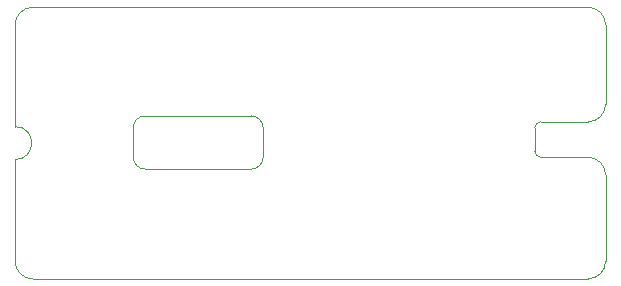
<source format=gm1>
G04 #@! TF.GenerationSoftware,KiCad,Pcbnew,(5.1.8)-1*
G04 #@! TF.CreationDate,2020-12-05T00:35:16+00:00*
G04 #@! TF.ProjectId,Great Wave Refurbishing GBA Battery Board,47726561-7420-4576-9176-652052656675,rev?*
G04 #@! TF.SameCoordinates,Original*
G04 #@! TF.FileFunction,Profile,NP*
%FSLAX46Y46*%
G04 Gerber Fmt 4.6, Leading zero omitted, Abs format (unit mm)*
G04 Created by KiCad (PCBNEW (5.1.8)-1) date 2020-12-05 00:35:16*
%MOMM*%
%LPD*%
G01*
G04 APERTURE LIST*
G04 #@! TA.AperFunction,Profile*
%ADD10C,0.050000*%
G04 #@! TD*
G04 APERTURE END LIST*
D10*
X60675000Y-12100000D02*
G75*
G02*
X62175000Y-13600000I0J-1500000D01*
G01*
X62175000Y-20300000D02*
G75*
G02*
X60675000Y-21800000I-1500000J0D01*
G01*
X62175000Y-33600000D02*
G75*
G02*
X60675000Y-35100000I-1500000J0D01*
G01*
X33175000Y-24800000D02*
G75*
G02*
X32175000Y-25800000I-1000000J0D01*
G01*
X22175000Y-22300000D02*
G75*
G02*
X23175000Y-21300000I1000000J0D01*
G01*
X12175000Y-33600000D02*
X12175000Y-25000000D01*
X12175000Y-13600000D02*
G75*
G02*
X13675000Y-12100000I1500000J0D01*
G01*
X23175000Y-25800000D02*
G75*
G02*
X22175000Y-24800000I0J1000000D01*
G01*
X32175000Y-21300000D02*
G75*
G02*
X33175000Y-22300000I0J-1000000D01*
G01*
X60675000Y-24800000D02*
G75*
G02*
X62175000Y-26300000I0J-1500000D01*
G01*
X13675000Y-35100000D02*
G75*
G02*
X12175000Y-33600000I0J1500000D01*
G01*
X62175000Y-26300000D02*
X62175000Y-33600000D01*
X60675000Y-24800000D02*
X56675000Y-24800000D01*
X13675000Y-35100000D02*
X60675000Y-35100000D01*
X23175000Y-21300000D02*
X32175000Y-21300000D01*
X33175000Y-22300000D02*
X33175000Y-24800000D01*
X12175000Y-22200000D02*
X12175000Y-13600000D01*
X62175000Y-20300000D02*
X62175000Y-13600000D01*
X13675000Y-12100000D02*
X60675000Y-12100000D01*
X56675000Y-21800000D02*
X60675000Y-21800000D01*
X22175000Y-24800000D02*
X22175000Y-22300000D01*
X32175000Y-25800000D02*
X23175000Y-25800000D01*
X56175000Y-24300000D02*
X56175000Y-22300000D01*
X12175000Y-22200000D02*
G75*
G02*
X12175000Y-25000000I0J-1400000D01*
G01*
X56675000Y-24800000D02*
G75*
G02*
X56175000Y-24300000I0J500000D01*
G01*
X56175000Y-22300000D02*
G75*
G02*
X56675000Y-21800000I500000J0D01*
G01*
M02*

</source>
